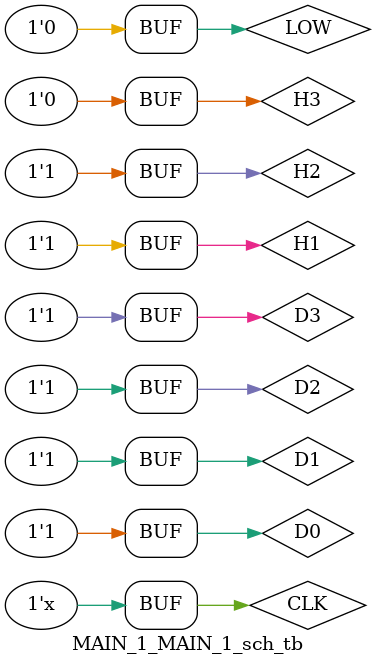
<source format=v>

`timescale 1ns / 1ps

module MAIN_1_MAIN_1_sch_tb();

// Inputs
   reg H3;
   reg H2;
   reg H1;
   reg LOW;
   reg D3;
   reg D2;
   reg D1;
   reg D0;
   reg CLK;

// Output
   wire BB;
   wire CC;
   wire AA;
   wire A;
   wire B;
   wire C;

// Bidirs

// Instantiate the UUT
   MAIN_1 UUT (
		.H3(H3), 
		.H2(H2), 
		.H1(H1), 
		.LOW(LOW), 
		.D3(D3), 
		.D2(D2), 
		.D1(D1), 
		.D0(D0), 
		.CLK(CLK), 
		.BB(BB), 
		.CC(CC), 
		.AA(AA), 
		.A(A), 
		.B(B), 
		.C(C)
   );
// Initialize Inputs
   initial begin
		LOW = 0;
		H3 = 0;
		H2 = 0;
		H1 = 0;
		D3 = 1;
		D2 = 1;
		D1 = 1;
		D0 = 1;
		CLK=1;
		
   end
	always begin
	#20;
	CLK=~CLK;
	end
	always begin
	H1=1;
	#2000;
	H1=0;
	#3000;
	H1=1;
	#1000;	
	end
	always begin
	H2=0;
	#3000;
	H2=1;
	#3000;
	end
	always begin
	H3=0;
	#1000;
	H3=1;
	#3000;
	H3=0;
	#2000;
	end


endmodule

</source>
